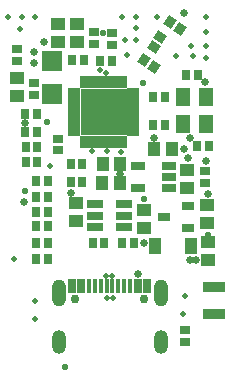
<source format=gts>
G04*
G04 #@! TF.GenerationSoftware,Altium Limited,Altium Designer,20.1.11 (218)*
G04*
G04 Layer_Color=8388736*
%FSLAX25Y25*%
%MOIN*%
G70*
G04*
G04 #@! TF.SameCoordinates,01B7F1E6-864A-458B-A1BD-962147C64F84*
G04*
G04*
G04 #@! TF.FilePolarity,Negative*
G04*
G01*
G75*
G04:AMPARAMS|DCode=22|XSize=23.62mil|YSize=39.37mil|CornerRadius=1.18mil|HoleSize=0mil|Usage=FLASHONLY|Rotation=90.000|XOffset=0mil|YOffset=0mil|HoleType=Round|Shape=RoundedRectangle|*
%AMROUNDEDRECTD22*
21,1,0.02362,0.03701,0,0,90.0*
21,1,0.02126,0.03937,0,0,90.0*
1,1,0.00236,0.01850,0.01063*
1,1,0.00236,0.01850,-0.01063*
1,1,0.00236,-0.01850,-0.01063*
1,1,0.00236,-0.01850,0.01063*
%
%ADD22ROUNDEDRECTD22*%
%ADD29R,0.03556X0.03162*%
%ADD30R,0.07800X0.03800*%
%ADD31R,0.02756X0.04921*%
%ADD32R,0.01575X0.04921*%
G04:AMPARAMS|DCode=33|XSize=31.62mil|YSize=35.56mil|CornerRadius=0mil|HoleSize=0mil|Usage=FLASHONLY|Rotation=145.000|XOffset=0mil|YOffset=0mil|HoleType=Round|Shape=Rectangle|*
%AMROTATEDRECTD33*
4,1,4,0.02315,0.00550,0.00275,-0.02363,-0.02315,-0.00550,-0.00275,0.02363,0.02315,0.00550,0.0*
%
%ADD33ROTATEDRECTD33*%

%ADD34R,0.04737X0.03950*%
%ADD35R,0.04343X0.05524*%
%ADD36R,0.04343X0.05524*%
%ADD37R,0.03162X0.03556*%
%ADD38R,0.01981X0.03950*%
%ADD39R,0.03950X0.01981*%
%ADD40R,0.15564X0.15564*%
%ADD41R,0.05524X0.03162*%
%ADD42R,0.03950X0.04737*%
%ADD43R,0.04737X0.03162*%
%ADD44R,0.05131X0.05918*%
G04:AMPARAMS|DCode=45|XSize=31.62mil|YSize=35.56mil|CornerRadius=0mil|HoleSize=0mil|Usage=FLASHONLY|Rotation=55.000|XOffset=0mil|YOffset=0mil|HoleType=Round|Shape=Rectangle|*
%AMROTATEDRECTD45*
4,1,4,0.00550,-0.02315,-0.02363,-0.00275,-0.00550,0.02315,0.02363,0.00275,0.00550,-0.02315,0.0*
%
%ADD45ROTATEDRECTD45*%

%ADD46R,0.06706X0.06706*%
%ADD47O,0.04737X0.07887*%
%ADD48C,0.02953*%
%ADD49O,0.04737X0.09068*%
%ADD50C,0.01981*%
%ADD51C,0.02300*%
%ADD52C,0.02600*%
D22*
X60342Y56291D02*
D03*
X68216Y60031D02*
D03*
Y52551D02*
D03*
D29*
X67278Y18618D02*
D03*
Y14681D02*
D03*
X11471Y108379D02*
D03*
Y112316D02*
D03*
X74122Y71764D02*
D03*
Y67827D02*
D03*
X42854Y117670D02*
D03*
Y113733D02*
D03*
X37142Y113971D02*
D03*
Y117908D02*
D03*
X16865Y96982D02*
D03*
Y100919D02*
D03*
X25065Y78519D02*
D03*
Y82456D02*
D03*
D30*
X77000Y24000D02*
D03*
Y33000D02*
D03*
D31*
X54781Y33360D02*
D03*
X51631D02*
D03*
X29584D02*
D03*
X32734D02*
D03*
D32*
X49072D02*
D03*
X47104D02*
D03*
X35293D02*
D03*
X37261D02*
D03*
X39230D02*
D03*
X45135D02*
D03*
X43167D02*
D03*
X41198D02*
D03*
D33*
X65616Y118978D02*
D03*
X56851Y106389D02*
D03*
X53626Y108647D02*
D03*
X62391Y121236D02*
D03*
D34*
X74866Y41996D02*
D03*
Y47902D02*
D03*
X11332Y96697D02*
D03*
Y102603D02*
D03*
X53836Y58525D02*
D03*
Y52620D02*
D03*
X68151Y66014D02*
D03*
Y71920D02*
D03*
X30869Y55068D02*
D03*
Y60974D02*
D03*
X74835Y54380D02*
D03*
Y60285D02*
D03*
X31368Y114643D02*
D03*
Y120548D02*
D03*
X25018Y114798D02*
D03*
Y120703D02*
D03*
D35*
X69300Y46800D02*
D03*
D36*
X57300D02*
D03*
D37*
X21618Y53500D02*
D03*
X17681D02*
D03*
Y58000D02*
D03*
X21618D02*
D03*
X40465Y47573D02*
D03*
X36528D02*
D03*
X46278Y47653D02*
D03*
X50215D02*
D03*
X33142Y68073D02*
D03*
X29205D02*
D03*
X17681Y42222D02*
D03*
X21618D02*
D03*
X67830Y103830D02*
D03*
X71767D02*
D03*
X56830Y96256D02*
D03*
X60767D02*
D03*
X21618Y68278D02*
D03*
X17681D02*
D03*
X18118Y79778D02*
D03*
X14181D02*
D03*
X75355Y80115D02*
D03*
X71418D02*
D03*
X17681Y63122D02*
D03*
X21618D02*
D03*
X14181Y74722D02*
D03*
X18118D02*
D03*
X60559Y87014D02*
D03*
X56622D02*
D03*
X38946Y108418D02*
D03*
X42883D02*
D03*
X33142Y74002D02*
D03*
X29205D02*
D03*
X29587Y108573D02*
D03*
X33524D02*
D03*
X18018Y84656D02*
D03*
X14081D02*
D03*
X17681Y47722D02*
D03*
X21618D02*
D03*
X14081Y90666D02*
D03*
X18018D02*
D03*
D38*
X47072Y101181D02*
D03*
X45104D02*
D03*
X43135D02*
D03*
X41167D02*
D03*
X39198D02*
D03*
X37230D02*
D03*
X35261D02*
D03*
X33293D02*
D03*
Y81496D02*
D03*
X35261D02*
D03*
X37230D02*
D03*
X39198D02*
D03*
X41167D02*
D03*
X43135D02*
D03*
X45104D02*
D03*
X47072D02*
D03*
D39*
X30340Y98228D02*
D03*
Y96260D02*
D03*
Y94291D02*
D03*
Y92323D02*
D03*
Y90354D02*
D03*
Y88386D02*
D03*
Y86417D02*
D03*
Y84449D02*
D03*
X50025D02*
D03*
Y86417D02*
D03*
Y88386D02*
D03*
Y90354D02*
D03*
Y92323D02*
D03*
Y94291D02*
D03*
Y96260D02*
D03*
Y98228D02*
D03*
D40*
X40183Y91339D02*
D03*
D41*
X47105Y60547D02*
D03*
Y56807D02*
D03*
Y53067D02*
D03*
X37262D02*
D03*
Y56807D02*
D03*
Y60547D02*
D03*
D42*
X39659Y67632D02*
D03*
X45565D02*
D03*
X62897Y78869D02*
D03*
X56992D02*
D03*
X45752Y73869D02*
D03*
X39847D02*
D03*
D43*
X62005Y73492D02*
D03*
Y69752D02*
D03*
Y66012D02*
D03*
X51768Y73492D02*
D03*
Y66012D02*
D03*
D44*
X66811Y87392D02*
D03*
X74292D02*
D03*
X66811Y96447D02*
D03*
X74292D02*
D03*
D45*
X56914Y113146D02*
D03*
X59172Y116371D02*
D03*
D46*
X23106Y108394D02*
D03*
Y97394D02*
D03*
D47*
X59190Y14640D02*
D03*
X25175D02*
D03*
D48*
X53561Y29128D02*
D03*
X30805D02*
D03*
D49*
X25175Y31097D02*
D03*
X59190D02*
D03*
D50*
X41167Y36833D02*
D03*
X46000Y78000D02*
D03*
X66833Y23869D02*
D03*
X36259Y78250D02*
D03*
X22505Y73500D02*
D03*
X17333Y22369D02*
D03*
X43500Y29500D02*
D03*
X41224Y29404D02*
D03*
X67340Y29869D02*
D03*
X10384Y42500D02*
D03*
X17333Y28369D02*
D03*
X41341Y78333D02*
D03*
X43167Y36833D02*
D03*
X51000Y123000D02*
D03*
X12500Y119000D02*
D03*
X17500Y123000D02*
D03*
X13000D02*
D03*
X8500D02*
D03*
X47500Y115500D02*
D03*
X48000Y110500D02*
D03*
X51000Y115500D02*
D03*
Y119500D02*
D03*
X74500Y109500D02*
D03*
X70000Y110000D02*
D03*
X64500D02*
D03*
X69500Y113500D02*
D03*
X74500D02*
D03*
Y118000D02*
D03*
Y123000D02*
D03*
X58000D02*
D03*
X46500D02*
D03*
X39000Y105449D02*
D03*
X41167Y104333D02*
D03*
D51*
X13926Y65028D02*
D03*
X21362Y88000D02*
D03*
X79500Y24000D02*
D03*
X74500D02*
D03*
Y33000D02*
D03*
X79500D02*
D03*
X37142Y117908D02*
D03*
X40117Y117670D02*
D03*
X21618Y53500D02*
D03*
X11500Y102500D02*
D03*
X40435Y90126D02*
D03*
X45000Y90345D02*
D03*
X35500Y86000D02*
D03*
X45000Y85500D02*
D03*
X35500Y90000D02*
D03*
X45000Y95500D02*
D03*
X40000D02*
D03*
X35000D02*
D03*
X27306Y6500D02*
D03*
X53836Y62336D02*
D03*
X53250Y101000D02*
D03*
X74866Y50376D02*
D03*
D52*
X13684Y61500D02*
D03*
X14181Y74700D02*
D03*
X51538Y37350D02*
D03*
X29190Y64493D02*
D03*
X53836Y47653D02*
D03*
X47105Y60547D02*
D03*
X14081Y87661D02*
D03*
X71000Y42000D02*
D03*
X69000D02*
D03*
X67000Y124500D02*
D03*
X75000Y64000D02*
D03*
X74500Y75000D02*
D03*
X45608Y70829D02*
D03*
X56992Y82757D02*
D03*
X16865Y107663D02*
D03*
Y111461D02*
D03*
X20202Y114798D02*
D03*
X74000Y101500D02*
D03*
X69022Y82512D02*
D03*
X67000Y79000D02*
D03*
X68500Y76000D02*
D03*
M02*

</source>
